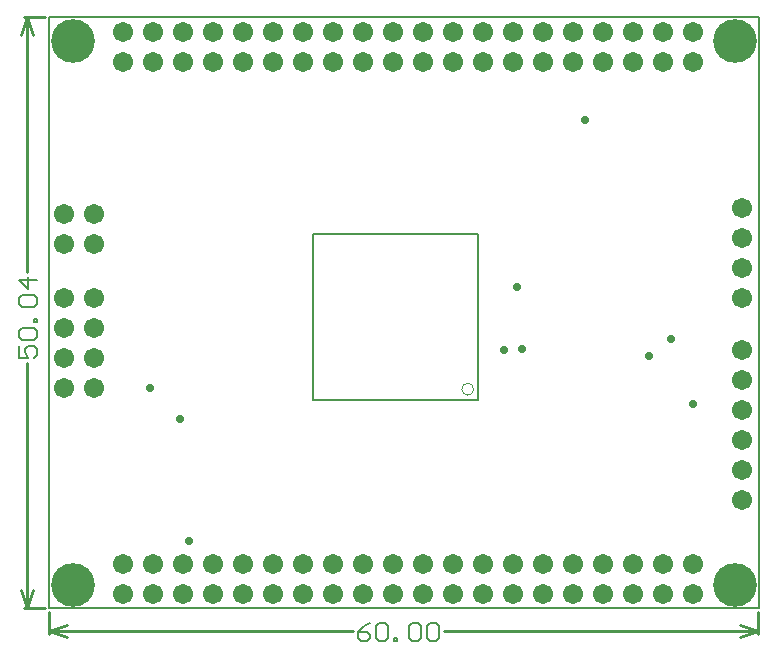
<source format=gbs>
G04*
G04 #@! TF.GenerationSoftware,Altium Limited,Altium Designer,20.0.13 (296)*
G04*
G04 Layer_Color=16711935*
%FSLAX24Y24*%
%MOIN*%
G70*
G01*
G75*
%ADD14C,0.0100*%
%ADD17C,0.0080*%
%ADD18C,0.0060*%
%ADD19C,0.0039*%
%ADD38C,0.0671*%
%ADD39C,0.1458*%
%ADD40C,0.0277*%
D14*
X23622Y-850D02*
Y-140D01*
X0Y-850D02*
Y-140D01*
X13161Y-750D02*
X23622D01*
X0D02*
X10141D01*
X23022Y-550D02*
X23622Y-750D01*
X23022Y-950D02*
X23622Y-750D01*
X0D02*
X600Y-950D01*
X0Y-750D02*
X600Y-550D01*
X-850Y19700D02*
X-140D01*
X-850Y-0D02*
X-140D01*
X-750Y11200D02*
Y19700D01*
Y-0D02*
Y8180D01*
X-950Y19100D02*
X-750Y19700D01*
X-550Y19100D01*
X-750Y-0D02*
X-550Y600D01*
X-950D02*
X-750Y-0D01*
D17*
X23650Y18144D02*
Y19700D01*
X0D02*
X23650D01*
Y-0D02*
Y18144D01*
X0Y-0D02*
X23622D01*
X0D02*
Y19700D01*
X14306Y6944D02*
Y12456D01*
X8794Y6944D02*
Y12456D01*
Y6944D02*
X14306D01*
X8794Y12456D02*
X14306D01*
D18*
X10701Y-510D02*
X10501Y-610D01*
X10301Y-810D01*
Y-1010D01*
X10401Y-1110D01*
X10601D01*
X10701Y-1010D01*
Y-910D01*
X10601Y-810D01*
X10301D01*
X10901Y-610D02*
X11001Y-510D01*
X11201D01*
X11301Y-610D01*
Y-1010D01*
X11201Y-1110D01*
X11001D01*
X10901Y-1010D01*
Y-610D01*
X11501Y-1110D02*
Y-1010D01*
X11601D01*
Y-1110D01*
X11501D01*
X12001Y-610D02*
X12101Y-510D01*
X12301D01*
X12401Y-610D01*
Y-1010D01*
X12301Y-1110D01*
X12101D01*
X12001Y-1010D01*
Y-610D01*
X12601D02*
X12701Y-510D01*
X12901D01*
X13001Y-610D01*
Y-1010D01*
X12901Y-1110D01*
X12701D01*
X12601Y-1010D01*
Y-610D01*
X-990Y8740D02*
Y8340D01*
X-690D01*
X-790Y8540D01*
Y8640D01*
X-690Y8740D01*
X-490D01*
X-390Y8640D01*
Y8440D01*
X-490Y8340D01*
X-890Y8940D02*
X-990Y9040D01*
Y9240D01*
X-890Y9340D01*
X-490D01*
X-390Y9240D01*
Y9040D01*
X-490Y8940D01*
X-890D01*
X-390Y9540D02*
X-490D01*
Y9640D01*
X-390D01*
Y9540D01*
X-890Y10040D02*
X-990Y10140D01*
Y10340D01*
X-890Y10440D01*
X-490D01*
X-390Y10340D01*
Y10140D01*
X-490Y10040D01*
X-890D01*
X-390Y10940D02*
X-990D01*
X-690Y10640D01*
Y11040D01*
D19*
X14148Y7298D02*
G03*
X14148Y7298I-197J0D01*
G01*
D38*
X23100Y13350D02*
D03*
Y12350D02*
D03*
Y11350D02*
D03*
Y10350D02*
D03*
X23100Y3600D02*
D03*
Y4600D02*
D03*
Y5600D02*
D03*
Y6600D02*
D03*
Y7600D02*
D03*
Y8600D02*
D03*
X3450Y1484D02*
D03*
X2450Y484D02*
D03*
Y1484D02*
D03*
X3450Y484D02*
D03*
X4450D02*
D03*
Y1484D02*
D03*
X5450Y484D02*
D03*
Y1484D02*
D03*
X6450Y484D02*
D03*
Y1484D02*
D03*
X7450Y484D02*
D03*
Y1484D02*
D03*
X8450Y484D02*
D03*
Y1484D02*
D03*
X9450Y484D02*
D03*
Y1484D02*
D03*
X10450Y484D02*
D03*
Y1484D02*
D03*
X11450Y484D02*
D03*
Y1484D02*
D03*
X12450Y484D02*
D03*
Y1484D02*
D03*
X13450Y484D02*
D03*
Y1484D02*
D03*
X14450Y484D02*
D03*
Y1484D02*
D03*
X15450Y484D02*
D03*
Y1484D02*
D03*
X16450Y484D02*
D03*
Y1484D02*
D03*
X17450Y484D02*
D03*
Y1484D02*
D03*
X18450Y484D02*
D03*
Y1484D02*
D03*
X19450Y484D02*
D03*
Y1484D02*
D03*
X20450Y484D02*
D03*
Y1484D02*
D03*
X21450Y484D02*
D03*
Y1484D02*
D03*
X484Y12150D02*
D03*
X1484Y13150D02*
D03*
Y12150D02*
D03*
X484Y13150D02*
D03*
X1484Y7350D02*
D03*
X484D02*
D03*
X1484Y8350D02*
D03*
X484D02*
D03*
Y9350D02*
D03*
X1484Y10350D02*
D03*
X484D02*
D03*
X1484Y9350D02*
D03*
X3450Y19216D02*
D03*
X2450Y18216D02*
D03*
Y19216D02*
D03*
X3450Y18216D02*
D03*
X4450D02*
D03*
Y19216D02*
D03*
X5450Y18216D02*
D03*
Y19216D02*
D03*
X6450Y18216D02*
D03*
Y19216D02*
D03*
X7450Y18216D02*
D03*
Y19216D02*
D03*
X8450Y18216D02*
D03*
Y19216D02*
D03*
X9450Y18216D02*
D03*
Y19216D02*
D03*
X10450Y18216D02*
D03*
Y19216D02*
D03*
X11450Y18216D02*
D03*
Y19216D02*
D03*
X12450Y18216D02*
D03*
Y19216D02*
D03*
X13450Y18216D02*
D03*
Y19216D02*
D03*
X14450Y18216D02*
D03*
Y19216D02*
D03*
X15450Y18216D02*
D03*
Y19216D02*
D03*
X16450Y18216D02*
D03*
Y19216D02*
D03*
X17450Y18216D02*
D03*
Y19216D02*
D03*
X18450Y18216D02*
D03*
Y19216D02*
D03*
X19450Y18216D02*
D03*
Y19216D02*
D03*
X20450Y18216D02*
D03*
Y19216D02*
D03*
X21450Y18216D02*
D03*
Y19216D02*
D03*
D39*
X22863Y18898D02*
D03*
X787D02*
D03*
X22863Y787D02*
D03*
X787D02*
D03*
D40*
X21450Y6809D02*
D03*
X20745Y8981D02*
D03*
X20000Y8400D02*
D03*
X15764Y8629D02*
D03*
X15155Y8600D02*
D03*
X15588Y10706D02*
D03*
X17875Y16268D02*
D03*
X3350Y7338D02*
D03*
X4659Y2239D02*
D03*
X4351Y6288D02*
D03*
M02*

</source>
